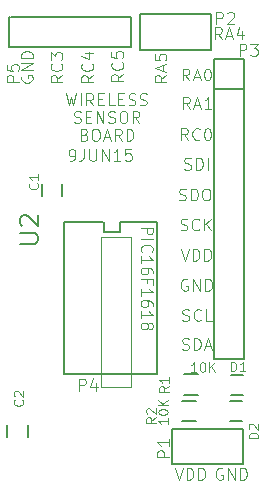
<source format=gbr>
G04 #@! TF.FileFunction,Legend,Top*
%FSLAX46Y46*%
G04 Gerber Fmt 4.6, Leading zero omitted, Abs format (unit mm)*
G04 Created by KiCad (PCBNEW 0.201411241846+5301~19~ubuntu14.04.1-product) date Tue Jun  9 07:58:50 2015*
%MOMM*%
G01*
G04 APERTURE LIST*
%ADD10C,0.100000*%
%ADD11C,0.150000*%
%ADD12C,0.127000*%
G04 APERTURE END LIST*
D10*
X136002381Y-50666666D02*
X135526190Y-51000000D01*
X136002381Y-51238095D02*
X135002381Y-51238095D01*
X135002381Y-50857142D01*
X135050000Y-50761904D01*
X135097619Y-50714285D01*
X135192857Y-50666666D01*
X135335714Y-50666666D01*
X135430952Y-50714285D01*
X135478571Y-50761904D01*
X135526190Y-50857142D01*
X135526190Y-51238095D01*
X135907143Y-49666666D02*
X135954762Y-49714285D01*
X136002381Y-49857142D01*
X136002381Y-49952380D01*
X135954762Y-50095238D01*
X135859524Y-50190476D01*
X135764286Y-50238095D01*
X135573810Y-50285714D01*
X135430952Y-50285714D01*
X135240476Y-50238095D01*
X135145238Y-50190476D01*
X135050000Y-50095238D01*
X135002381Y-49952380D01*
X135002381Y-49857142D01*
X135050000Y-49714285D01*
X135097619Y-49666666D01*
X135335714Y-48809523D02*
X136002381Y-48809523D01*
X134954762Y-49047619D02*
X135669048Y-49285714D01*
X135669048Y-48666666D01*
X146938096Y-83950000D02*
X146842858Y-83902381D01*
X146700001Y-83902381D01*
X146557143Y-83950000D01*
X146461905Y-84045238D01*
X146414286Y-84140476D01*
X146366667Y-84330952D01*
X146366667Y-84473810D01*
X146414286Y-84664286D01*
X146461905Y-84759524D01*
X146557143Y-84854762D01*
X146700001Y-84902381D01*
X146795239Y-84902381D01*
X146938096Y-84854762D01*
X146985715Y-84807143D01*
X146985715Y-84473810D01*
X146795239Y-84473810D01*
X147414286Y-84902381D02*
X147414286Y-83902381D01*
X147985715Y-84902381D01*
X147985715Y-83902381D01*
X148461905Y-84902381D02*
X148461905Y-83902381D01*
X148700000Y-83902381D01*
X148842858Y-83950000D01*
X148938096Y-84045238D01*
X148985715Y-84140476D01*
X149033334Y-84330952D01*
X149033334Y-84473810D01*
X148985715Y-84664286D01*
X148938096Y-84759524D01*
X148842858Y-84854762D01*
X148700000Y-84902381D01*
X148461905Y-84902381D01*
X142916667Y-83902381D02*
X143250000Y-84902381D01*
X143583334Y-83902381D01*
X143916667Y-84902381D02*
X143916667Y-83902381D01*
X144154762Y-83902381D01*
X144297620Y-83950000D01*
X144392858Y-84045238D01*
X144440477Y-84140476D01*
X144488096Y-84330952D01*
X144488096Y-84473810D01*
X144440477Y-84664286D01*
X144392858Y-84759524D01*
X144297620Y-84854762D01*
X144154762Y-84902381D01*
X143916667Y-84902381D01*
X144916667Y-84902381D02*
X144916667Y-83902381D01*
X145154762Y-83902381D01*
X145297620Y-83950000D01*
X145392858Y-84045238D01*
X145440477Y-84140476D01*
X145488096Y-84330952D01*
X145488096Y-84473810D01*
X145440477Y-84664286D01*
X145392858Y-84759524D01*
X145297620Y-84854762D01*
X145154762Y-84902381D01*
X144916667Y-84902381D01*
X134028571Y-57902381D02*
X134219047Y-57902381D01*
X134314286Y-57854762D01*
X134361905Y-57807143D01*
X134457143Y-57664286D01*
X134504762Y-57473810D01*
X134504762Y-57092857D01*
X134457143Y-56997619D01*
X134409524Y-56950000D01*
X134314286Y-56902381D01*
X134123809Y-56902381D01*
X134028571Y-56950000D01*
X133980952Y-56997619D01*
X133933333Y-57092857D01*
X133933333Y-57330952D01*
X133980952Y-57426190D01*
X134028571Y-57473810D01*
X134123809Y-57521429D01*
X134314286Y-57521429D01*
X134409524Y-57473810D01*
X134457143Y-57426190D01*
X134504762Y-57330952D01*
X135219048Y-56902381D02*
X135219048Y-57616667D01*
X135171428Y-57759524D01*
X135076190Y-57854762D01*
X134933333Y-57902381D01*
X134838095Y-57902381D01*
X135695238Y-56902381D02*
X135695238Y-57711905D01*
X135742857Y-57807143D01*
X135790476Y-57854762D01*
X135885714Y-57902381D01*
X136076191Y-57902381D01*
X136171429Y-57854762D01*
X136219048Y-57807143D01*
X136266667Y-57711905D01*
X136266667Y-56902381D01*
X136742857Y-57902381D02*
X136742857Y-56902381D01*
X137314286Y-57902381D01*
X137314286Y-56902381D01*
X138314286Y-57902381D02*
X137742857Y-57902381D01*
X138028571Y-57902381D02*
X138028571Y-56902381D01*
X137933333Y-57045238D01*
X137838095Y-57140476D01*
X137742857Y-57188095D01*
X139219048Y-56902381D02*
X138742857Y-56902381D01*
X138695238Y-57378571D01*
X138742857Y-57330952D01*
X138838095Y-57283333D01*
X139076191Y-57283333D01*
X139171429Y-57330952D01*
X139219048Y-57378571D01*
X139266667Y-57473810D01*
X139266667Y-57711905D01*
X139219048Y-57807143D01*
X139171429Y-57854762D01*
X139076191Y-57902381D01*
X138838095Y-57902381D01*
X138742857Y-57854762D01*
X138695238Y-57807143D01*
X133721429Y-52202381D02*
X133959524Y-53202381D01*
X134150001Y-52488095D01*
X134340477Y-53202381D01*
X134578572Y-52202381D01*
X134959524Y-53202381D02*
X134959524Y-52202381D01*
X136007143Y-53202381D02*
X135673809Y-52726190D01*
X135435714Y-53202381D02*
X135435714Y-52202381D01*
X135816667Y-52202381D01*
X135911905Y-52250000D01*
X135959524Y-52297619D01*
X136007143Y-52392857D01*
X136007143Y-52535714D01*
X135959524Y-52630952D01*
X135911905Y-52678571D01*
X135816667Y-52726190D01*
X135435714Y-52726190D01*
X136435714Y-52678571D02*
X136769048Y-52678571D01*
X136911905Y-53202381D02*
X136435714Y-53202381D01*
X136435714Y-52202381D01*
X136911905Y-52202381D01*
X137816667Y-53202381D02*
X137340476Y-53202381D01*
X137340476Y-52202381D01*
X138150000Y-52678571D02*
X138483334Y-52678571D01*
X138626191Y-53202381D02*
X138150000Y-53202381D01*
X138150000Y-52202381D01*
X138626191Y-52202381D01*
X139007143Y-53154762D02*
X139150000Y-53202381D01*
X139388096Y-53202381D01*
X139483334Y-53154762D01*
X139530953Y-53107143D01*
X139578572Y-53011905D01*
X139578572Y-52916667D01*
X139530953Y-52821429D01*
X139483334Y-52773810D01*
X139388096Y-52726190D01*
X139197619Y-52678571D01*
X139102381Y-52630952D01*
X139054762Y-52583333D01*
X139007143Y-52488095D01*
X139007143Y-52392857D01*
X139054762Y-52297619D01*
X139102381Y-52250000D01*
X139197619Y-52202381D01*
X139435715Y-52202381D01*
X139578572Y-52250000D01*
X139959524Y-53154762D02*
X140102381Y-53202381D01*
X140340477Y-53202381D01*
X140435715Y-53154762D01*
X140483334Y-53107143D01*
X140530953Y-53011905D01*
X140530953Y-52916667D01*
X140483334Y-52821429D01*
X140435715Y-52773810D01*
X140340477Y-52726190D01*
X140150000Y-52678571D01*
X140054762Y-52630952D01*
X140007143Y-52583333D01*
X139959524Y-52488095D01*
X139959524Y-52392857D01*
X140007143Y-52297619D01*
X140054762Y-52250000D01*
X140150000Y-52202381D01*
X140388096Y-52202381D01*
X140530953Y-52250000D01*
X134388095Y-54654762D02*
X134530952Y-54702381D01*
X134769048Y-54702381D01*
X134864286Y-54654762D01*
X134911905Y-54607143D01*
X134959524Y-54511905D01*
X134959524Y-54416667D01*
X134911905Y-54321429D01*
X134864286Y-54273810D01*
X134769048Y-54226190D01*
X134578571Y-54178571D01*
X134483333Y-54130952D01*
X134435714Y-54083333D01*
X134388095Y-53988095D01*
X134388095Y-53892857D01*
X134435714Y-53797619D01*
X134483333Y-53750000D01*
X134578571Y-53702381D01*
X134816667Y-53702381D01*
X134959524Y-53750000D01*
X135388095Y-54178571D02*
X135721429Y-54178571D01*
X135864286Y-54702381D02*
X135388095Y-54702381D01*
X135388095Y-53702381D01*
X135864286Y-53702381D01*
X136292857Y-54702381D02*
X136292857Y-53702381D01*
X136864286Y-54702381D01*
X136864286Y-53702381D01*
X137292857Y-54654762D02*
X137435714Y-54702381D01*
X137673810Y-54702381D01*
X137769048Y-54654762D01*
X137816667Y-54607143D01*
X137864286Y-54511905D01*
X137864286Y-54416667D01*
X137816667Y-54321429D01*
X137769048Y-54273810D01*
X137673810Y-54226190D01*
X137483333Y-54178571D01*
X137388095Y-54130952D01*
X137340476Y-54083333D01*
X137292857Y-53988095D01*
X137292857Y-53892857D01*
X137340476Y-53797619D01*
X137388095Y-53750000D01*
X137483333Y-53702381D01*
X137721429Y-53702381D01*
X137864286Y-53750000D01*
X138483333Y-53702381D02*
X138673810Y-53702381D01*
X138769048Y-53750000D01*
X138864286Y-53845238D01*
X138911905Y-54035714D01*
X138911905Y-54369048D01*
X138864286Y-54559524D01*
X138769048Y-54654762D01*
X138673810Y-54702381D01*
X138483333Y-54702381D01*
X138388095Y-54654762D01*
X138292857Y-54559524D01*
X138245238Y-54369048D01*
X138245238Y-54035714D01*
X138292857Y-53845238D01*
X138388095Y-53750000D01*
X138483333Y-53702381D01*
X139911905Y-54702381D02*
X139578571Y-54226190D01*
X139340476Y-54702381D02*
X139340476Y-53702381D01*
X139721429Y-53702381D01*
X139816667Y-53750000D01*
X139864286Y-53797619D01*
X139911905Y-53892857D01*
X139911905Y-54035714D01*
X139864286Y-54130952D01*
X139816667Y-54178571D01*
X139721429Y-54226190D01*
X139340476Y-54226190D01*
X135269048Y-55678571D02*
X135411905Y-55726190D01*
X135459524Y-55773810D01*
X135507143Y-55869048D01*
X135507143Y-56011905D01*
X135459524Y-56107143D01*
X135411905Y-56154762D01*
X135316667Y-56202381D01*
X134935714Y-56202381D01*
X134935714Y-55202381D01*
X135269048Y-55202381D01*
X135364286Y-55250000D01*
X135411905Y-55297619D01*
X135459524Y-55392857D01*
X135459524Y-55488095D01*
X135411905Y-55583333D01*
X135364286Y-55630952D01*
X135269048Y-55678571D01*
X134935714Y-55678571D01*
X136126190Y-55202381D02*
X136316667Y-55202381D01*
X136411905Y-55250000D01*
X136507143Y-55345238D01*
X136554762Y-55535714D01*
X136554762Y-55869048D01*
X136507143Y-56059524D01*
X136411905Y-56154762D01*
X136316667Y-56202381D01*
X136126190Y-56202381D01*
X136030952Y-56154762D01*
X135935714Y-56059524D01*
X135888095Y-55869048D01*
X135888095Y-55535714D01*
X135935714Y-55345238D01*
X136030952Y-55250000D01*
X136126190Y-55202381D01*
X136935714Y-55916667D02*
X137411905Y-55916667D01*
X136840476Y-56202381D02*
X137173809Y-55202381D01*
X137507143Y-56202381D01*
X138411905Y-56202381D02*
X138078571Y-55726190D01*
X137840476Y-56202381D02*
X137840476Y-55202381D01*
X138221429Y-55202381D01*
X138316667Y-55250000D01*
X138364286Y-55297619D01*
X138411905Y-55392857D01*
X138411905Y-55535714D01*
X138364286Y-55630952D01*
X138316667Y-55678571D01*
X138221429Y-55726190D01*
X137840476Y-55726190D01*
X138840476Y-56202381D02*
X138840476Y-55202381D01*
X139078571Y-55202381D01*
X139221429Y-55250000D01*
X139316667Y-55345238D01*
X139364286Y-55440476D01*
X139411905Y-55630952D01*
X139411905Y-55773810D01*
X139364286Y-55964286D01*
X139316667Y-56059524D01*
X139221429Y-56154762D01*
X139078571Y-56202381D01*
X138840476Y-56202381D01*
X146904762Y-47602381D02*
X146571428Y-47126190D01*
X146333333Y-47602381D02*
X146333333Y-46602381D01*
X146714286Y-46602381D01*
X146809524Y-46650000D01*
X146857143Y-46697619D01*
X146904762Y-46792857D01*
X146904762Y-46935714D01*
X146857143Y-47030952D01*
X146809524Y-47078571D01*
X146714286Y-47126190D01*
X146333333Y-47126190D01*
X147285714Y-47316667D02*
X147761905Y-47316667D01*
X147190476Y-47602381D02*
X147523809Y-46602381D01*
X147857143Y-47602381D01*
X148619048Y-46935714D02*
X148619048Y-47602381D01*
X148380952Y-46554762D02*
X148142857Y-47269048D01*
X148761905Y-47269048D01*
X142202381Y-50645238D02*
X141726190Y-50978572D01*
X142202381Y-51216667D02*
X141202381Y-51216667D01*
X141202381Y-50835714D01*
X141250000Y-50740476D01*
X141297619Y-50692857D01*
X141392857Y-50645238D01*
X141535714Y-50645238D01*
X141630952Y-50692857D01*
X141678571Y-50740476D01*
X141726190Y-50835714D01*
X141726190Y-51216667D01*
X141916667Y-50264286D02*
X141916667Y-49788095D01*
X142202381Y-50359524D02*
X141202381Y-50026191D01*
X142202381Y-49692857D01*
X141202381Y-48883333D02*
X141202381Y-49359524D01*
X141678571Y-49407143D01*
X141630952Y-49359524D01*
X141583333Y-49264286D01*
X141583333Y-49026190D01*
X141630952Y-48930952D01*
X141678571Y-48883333D01*
X141773810Y-48835714D01*
X142011905Y-48835714D01*
X142107143Y-48883333D01*
X142154762Y-48930952D01*
X142202381Y-49026190D01*
X142202381Y-49264286D01*
X142154762Y-49359524D01*
X142107143Y-49407143D01*
X138552381Y-50566666D02*
X138076190Y-50900000D01*
X138552381Y-51138095D02*
X137552381Y-51138095D01*
X137552381Y-50757142D01*
X137600000Y-50661904D01*
X137647619Y-50614285D01*
X137742857Y-50566666D01*
X137885714Y-50566666D01*
X137980952Y-50614285D01*
X138028571Y-50661904D01*
X138076190Y-50757142D01*
X138076190Y-51138095D01*
X138457143Y-49566666D02*
X138504762Y-49614285D01*
X138552381Y-49757142D01*
X138552381Y-49852380D01*
X138504762Y-49995238D01*
X138409524Y-50090476D01*
X138314286Y-50138095D01*
X138123810Y-50185714D01*
X137980952Y-50185714D01*
X137790476Y-50138095D01*
X137695238Y-50090476D01*
X137600000Y-49995238D01*
X137552381Y-49852380D01*
X137552381Y-49757142D01*
X137600000Y-49614285D01*
X137647619Y-49566666D01*
X137552381Y-48661904D02*
X137552381Y-49138095D01*
X138028571Y-49185714D01*
X137980952Y-49138095D01*
X137933333Y-49042857D01*
X137933333Y-48804761D01*
X137980952Y-48709523D01*
X138028571Y-48661904D01*
X138123810Y-48614285D01*
X138361905Y-48614285D01*
X138457143Y-48661904D01*
X138504762Y-48709523D01*
X138552381Y-48804761D01*
X138552381Y-49042857D01*
X138504762Y-49138095D01*
X138457143Y-49185714D01*
X133402381Y-50666666D02*
X132926190Y-51000000D01*
X133402381Y-51238095D02*
X132402381Y-51238095D01*
X132402381Y-50857142D01*
X132450000Y-50761904D01*
X132497619Y-50714285D01*
X132592857Y-50666666D01*
X132735714Y-50666666D01*
X132830952Y-50714285D01*
X132878571Y-50761904D01*
X132926190Y-50857142D01*
X132926190Y-51238095D01*
X133307143Y-49666666D02*
X133354762Y-49714285D01*
X133402381Y-49857142D01*
X133402381Y-49952380D01*
X133354762Y-50095238D01*
X133259524Y-50190476D01*
X133164286Y-50238095D01*
X132973810Y-50285714D01*
X132830952Y-50285714D01*
X132640476Y-50238095D01*
X132545238Y-50190476D01*
X132450000Y-50095238D01*
X132402381Y-49952380D01*
X132402381Y-49857142D01*
X132450000Y-49714285D01*
X132497619Y-49666666D01*
X132402381Y-49333333D02*
X132402381Y-48714285D01*
X132783333Y-49047619D01*
X132783333Y-48904761D01*
X132830952Y-48809523D01*
X132878571Y-48761904D01*
X132973810Y-48714285D01*
X133211905Y-48714285D01*
X133307143Y-48761904D01*
X133354762Y-48809523D01*
X133402381Y-48904761D01*
X133402381Y-49190476D01*
X133354762Y-49285714D01*
X133307143Y-49333333D01*
X143535714Y-73854762D02*
X143678571Y-73902381D01*
X143916667Y-73902381D01*
X144011905Y-73854762D01*
X144059524Y-73807143D01*
X144107143Y-73711905D01*
X144107143Y-73616667D01*
X144059524Y-73521429D01*
X144011905Y-73473810D01*
X143916667Y-73426190D01*
X143726190Y-73378571D01*
X143630952Y-73330952D01*
X143583333Y-73283333D01*
X143535714Y-73188095D01*
X143535714Y-73092857D01*
X143583333Y-72997619D01*
X143630952Y-72950000D01*
X143726190Y-72902381D01*
X143964286Y-72902381D01*
X144107143Y-72950000D01*
X144535714Y-73902381D02*
X144535714Y-72902381D01*
X144773809Y-72902381D01*
X144916667Y-72950000D01*
X145011905Y-73045238D01*
X145059524Y-73140476D01*
X145107143Y-73330952D01*
X145107143Y-73473810D01*
X145059524Y-73664286D01*
X145011905Y-73759524D01*
X144916667Y-73854762D01*
X144773809Y-73902381D01*
X144535714Y-73902381D01*
X145488095Y-73616667D02*
X145964286Y-73616667D01*
X145392857Y-73902381D02*
X145726190Y-72902381D01*
X146059524Y-73902381D01*
X143559524Y-71404762D02*
X143702381Y-71452381D01*
X143940477Y-71452381D01*
X144035715Y-71404762D01*
X144083334Y-71357143D01*
X144130953Y-71261905D01*
X144130953Y-71166667D01*
X144083334Y-71071429D01*
X144035715Y-71023810D01*
X143940477Y-70976190D01*
X143750000Y-70928571D01*
X143654762Y-70880952D01*
X143607143Y-70833333D01*
X143559524Y-70738095D01*
X143559524Y-70642857D01*
X143607143Y-70547619D01*
X143654762Y-70500000D01*
X143750000Y-70452381D01*
X143988096Y-70452381D01*
X144130953Y-70500000D01*
X145130953Y-71357143D02*
X145083334Y-71404762D01*
X144940477Y-71452381D01*
X144845239Y-71452381D01*
X144702381Y-71404762D01*
X144607143Y-71309524D01*
X144559524Y-71214286D01*
X144511905Y-71023810D01*
X144511905Y-70880952D01*
X144559524Y-70690476D01*
X144607143Y-70595238D01*
X144702381Y-70500000D01*
X144845239Y-70452381D01*
X144940477Y-70452381D01*
X145083334Y-70500000D01*
X145130953Y-70547619D01*
X146035715Y-71452381D02*
X145559524Y-71452381D01*
X145559524Y-70452381D01*
X143988096Y-67950000D02*
X143892858Y-67902381D01*
X143750001Y-67902381D01*
X143607143Y-67950000D01*
X143511905Y-68045238D01*
X143464286Y-68140476D01*
X143416667Y-68330952D01*
X143416667Y-68473810D01*
X143464286Y-68664286D01*
X143511905Y-68759524D01*
X143607143Y-68854762D01*
X143750001Y-68902381D01*
X143845239Y-68902381D01*
X143988096Y-68854762D01*
X144035715Y-68807143D01*
X144035715Y-68473810D01*
X143845239Y-68473810D01*
X144464286Y-68902381D02*
X144464286Y-67902381D01*
X145035715Y-68902381D01*
X145035715Y-67902381D01*
X145511905Y-68902381D02*
X145511905Y-67902381D01*
X145750000Y-67902381D01*
X145892858Y-67950000D01*
X145988096Y-68045238D01*
X146035715Y-68140476D01*
X146083334Y-68330952D01*
X146083334Y-68473810D01*
X146035715Y-68664286D01*
X145988096Y-68759524D01*
X145892858Y-68854762D01*
X145750000Y-68902381D01*
X145511905Y-68902381D01*
X143416667Y-65352381D02*
X143750000Y-66352381D01*
X144083334Y-65352381D01*
X144416667Y-66352381D02*
X144416667Y-65352381D01*
X144654762Y-65352381D01*
X144797620Y-65400000D01*
X144892858Y-65495238D01*
X144940477Y-65590476D01*
X144988096Y-65780952D01*
X144988096Y-65923810D01*
X144940477Y-66114286D01*
X144892858Y-66209524D01*
X144797620Y-66304762D01*
X144654762Y-66352381D01*
X144416667Y-66352381D01*
X145416667Y-66352381D02*
X145416667Y-65352381D01*
X145654762Y-65352381D01*
X145797620Y-65400000D01*
X145892858Y-65495238D01*
X145940477Y-65590476D01*
X145988096Y-65780952D01*
X145988096Y-65923810D01*
X145940477Y-66114286D01*
X145892858Y-66209524D01*
X145797620Y-66304762D01*
X145654762Y-66352381D01*
X145416667Y-66352381D01*
X143414286Y-63754762D02*
X143557143Y-63802381D01*
X143795239Y-63802381D01*
X143890477Y-63754762D01*
X143938096Y-63707143D01*
X143985715Y-63611905D01*
X143985715Y-63516667D01*
X143938096Y-63421429D01*
X143890477Y-63373810D01*
X143795239Y-63326190D01*
X143604762Y-63278571D01*
X143509524Y-63230952D01*
X143461905Y-63183333D01*
X143414286Y-63088095D01*
X143414286Y-62992857D01*
X143461905Y-62897619D01*
X143509524Y-62850000D01*
X143604762Y-62802381D01*
X143842858Y-62802381D01*
X143985715Y-62850000D01*
X144985715Y-63707143D02*
X144938096Y-63754762D01*
X144795239Y-63802381D01*
X144700001Y-63802381D01*
X144557143Y-63754762D01*
X144461905Y-63659524D01*
X144414286Y-63564286D01*
X144366667Y-63373810D01*
X144366667Y-63230952D01*
X144414286Y-63040476D01*
X144461905Y-62945238D01*
X144557143Y-62850000D01*
X144700001Y-62802381D01*
X144795239Y-62802381D01*
X144938096Y-62850000D01*
X144985715Y-62897619D01*
X145414286Y-63802381D02*
X145414286Y-62802381D01*
X145985715Y-63802381D02*
X145557143Y-63230952D01*
X145985715Y-62802381D02*
X145414286Y-63373810D01*
X143290476Y-61204762D02*
X143433333Y-61252381D01*
X143671429Y-61252381D01*
X143766667Y-61204762D01*
X143814286Y-61157143D01*
X143861905Y-61061905D01*
X143861905Y-60966667D01*
X143814286Y-60871429D01*
X143766667Y-60823810D01*
X143671429Y-60776190D01*
X143480952Y-60728571D01*
X143385714Y-60680952D01*
X143338095Y-60633333D01*
X143290476Y-60538095D01*
X143290476Y-60442857D01*
X143338095Y-60347619D01*
X143385714Y-60300000D01*
X143480952Y-60252381D01*
X143719048Y-60252381D01*
X143861905Y-60300000D01*
X144290476Y-61252381D02*
X144290476Y-60252381D01*
X144528571Y-60252381D01*
X144671429Y-60300000D01*
X144766667Y-60395238D01*
X144814286Y-60490476D01*
X144861905Y-60680952D01*
X144861905Y-60823810D01*
X144814286Y-61014286D01*
X144766667Y-61109524D01*
X144671429Y-61204762D01*
X144528571Y-61252381D01*
X144290476Y-61252381D01*
X145480952Y-60252381D02*
X145671429Y-60252381D01*
X145766667Y-60300000D01*
X145861905Y-60395238D01*
X145909524Y-60585714D01*
X145909524Y-60919048D01*
X145861905Y-61109524D01*
X145766667Y-61204762D01*
X145671429Y-61252381D01*
X145480952Y-61252381D01*
X145385714Y-61204762D01*
X145290476Y-61109524D01*
X145242857Y-60919048D01*
X145242857Y-60585714D01*
X145290476Y-60395238D01*
X145385714Y-60300000D01*
X145480952Y-60252381D01*
X143726191Y-58604762D02*
X143869048Y-58652381D01*
X144107144Y-58652381D01*
X144202382Y-58604762D01*
X144250001Y-58557143D01*
X144297620Y-58461905D01*
X144297620Y-58366667D01*
X144250001Y-58271429D01*
X144202382Y-58223810D01*
X144107144Y-58176190D01*
X143916667Y-58128571D01*
X143821429Y-58080952D01*
X143773810Y-58033333D01*
X143726191Y-57938095D01*
X143726191Y-57842857D01*
X143773810Y-57747619D01*
X143821429Y-57700000D01*
X143916667Y-57652381D01*
X144154763Y-57652381D01*
X144297620Y-57700000D01*
X144726191Y-58652381D02*
X144726191Y-57652381D01*
X144964286Y-57652381D01*
X145107144Y-57700000D01*
X145202382Y-57795238D01*
X145250001Y-57890476D01*
X145297620Y-58080952D01*
X145297620Y-58223810D01*
X145250001Y-58414286D01*
X145202382Y-58509524D01*
X145107144Y-58604762D01*
X144964286Y-58652381D01*
X144726191Y-58652381D01*
X145726191Y-58652381D02*
X145726191Y-57652381D01*
X144033334Y-56152381D02*
X143700000Y-55676190D01*
X143461905Y-56152381D02*
X143461905Y-55152381D01*
X143842858Y-55152381D01*
X143938096Y-55200000D01*
X143985715Y-55247619D01*
X144033334Y-55342857D01*
X144033334Y-55485714D01*
X143985715Y-55580952D01*
X143938096Y-55628571D01*
X143842858Y-55676190D01*
X143461905Y-55676190D01*
X145033334Y-56057143D02*
X144985715Y-56104762D01*
X144842858Y-56152381D01*
X144747620Y-56152381D01*
X144604762Y-56104762D01*
X144509524Y-56009524D01*
X144461905Y-55914286D01*
X144414286Y-55723810D01*
X144414286Y-55580952D01*
X144461905Y-55390476D01*
X144509524Y-55295238D01*
X144604762Y-55200000D01*
X144747620Y-55152381D01*
X144842858Y-55152381D01*
X144985715Y-55200000D01*
X145033334Y-55247619D01*
X145652381Y-55152381D02*
X145747620Y-55152381D01*
X145842858Y-55200000D01*
X145890477Y-55247619D01*
X145938096Y-55342857D01*
X145985715Y-55533333D01*
X145985715Y-55771429D01*
X145938096Y-55961905D01*
X145890477Y-56057143D01*
X145842858Y-56104762D01*
X145747620Y-56152381D01*
X145652381Y-56152381D01*
X145557143Y-56104762D01*
X145509524Y-56057143D01*
X145461905Y-55961905D01*
X145414286Y-55771429D01*
X145414286Y-55533333D01*
X145461905Y-55342857D01*
X145509524Y-55247619D01*
X145557143Y-55200000D01*
X145652381Y-55152381D01*
X144204762Y-53502381D02*
X143871428Y-53026190D01*
X143633333Y-53502381D02*
X143633333Y-52502381D01*
X144014286Y-52502381D01*
X144109524Y-52550000D01*
X144157143Y-52597619D01*
X144204762Y-52692857D01*
X144204762Y-52835714D01*
X144157143Y-52930952D01*
X144109524Y-52978571D01*
X144014286Y-53026190D01*
X143633333Y-53026190D01*
X144585714Y-53216667D02*
X145061905Y-53216667D01*
X144490476Y-53502381D02*
X144823809Y-52502381D01*
X145157143Y-53502381D01*
X146014286Y-53502381D02*
X145442857Y-53502381D01*
X145728571Y-53502381D02*
X145728571Y-52502381D01*
X145633333Y-52645238D01*
X145538095Y-52740476D01*
X145442857Y-52788095D01*
X144154762Y-51102381D02*
X143821428Y-50626190D01*
X143583333Y-51102381D02*
X143583333Y-50102381D01*
X143964286Y-50102381D01*
X144059524Y-50150000D01*
X144107143Y-50197619D01*
X144154762Y-50292857D01*
X144154762Y-50435714D01*
X144107143Y-50530952D01*
X144059524Y-50578571D01*
X143964286Y-50626190D01*
X143583333Y-50626190D01*
X144535714Y-50816667D02*
X145011905Y-50816667D01*
X144440476Y-51102381D02*
X144773809Y-50102381D01*
X145107143Y-51102381D01*
X145630952Y-50102381D02*
X145726191Y-50102381D01*
X145821429Y-50150000D01*
X145869048Y-50197619D01*
X145916667Y-50292857D01*
X145964286Y-50483333D01*
X145964286Y-50721429D01*
X145916667Y-50911905D01*
X145869048Y-51007143D01*
X145821429Y-51054762D01*
X145726191Y-51102381D01*
X145630952Y-51102381D01*
X145535714Y-51054762D01*
X145488095Y-51007143D01*
X145440476Y-50911905D01*
X145392857Y-50721429D01*
X145392857Y-50483333D01*
X145440476Y-50292857D01*
X145488095Y-50197619D01*
X145535714Y-50150000D01*
X145630952Y-50102381D01*
X129950000Y-50711904D02*
X129902381Y-50807142D01*
X129902381Y-50949999D01*
X129950000Y-51092857D01*
X130045238Y-51188095D01*
X130140476Y-51235714D01*
X130330952Y-51283333D01*
X130473810Y-51283333D01*
X130664286Y-51235714D01*
X130759524Y-51188095D01*
X130854762Y-51092857D01*
X130902381Y-50949999D01*
X130902381Y-50854761D01*
X130854762Y-50711904D01*
X130807143Y-50664285D01*
X130473810Y-50664285D01*
X130473810Y-50854761D01*
X130902381Y-50235714D02*
X129902381Y-50235714D01*
X130902381Y-49664285D01*
X129902381Y-49664285D01*
X130902381Y-49188095D02*
X129902381Y-49188095D01*
X129902381Y-48950000D01*
X129950000Y-48807142D01*
X130045238Y-48711904D01*
X130140476Y-48664285D01*
X130330952Y-48616666D01*
X130473810Y-48616666D01*
X130664286Y-48664285D01*
X130759524Y-48711904D01*
X130854762Y-48807142D01*
X130902381Y-48950000D01*
X130902381Y-49188095D01*
X140047619Y-63564286D02*
X141047619Y-63564286D01*
X141047619Y-63945239D01*
X141000000Y-64040477D01*
X140952381Y-64088096D01*
X140857143Y-64135715D01*
X140714286Y-64135715D01*
X140619048Y-64088096D01*
X140571429Y-64040477D01*
X140523810Y-63945239D01*
X140523810Y-63564286D01*
X140047619Y-64564286D02*
X141047619Y-64564286D01*
X140142857Y-65611905D02*
X140095238Y-65564286D01*
X140047619Y-65421429D01*
X140047619Y-65326191D01*
X140095238Y-65183333D01*
X140190476Y-65088095D01*
X140285714Y-65040476D01*
X140476190Y-64992857D01*
X140619048Y-64992857D01*
X140809524Y-65040476D01*
X140904762Y-65088095D01*
X141000000Y-65183333D01*
X141047619Y-65326191D01*
X141047619Y-65421429D01*
X141000000Y-65564286D01*
X140952381Y-65611905D01*
X140047619Y-66564286D02*
X140047619Y-65992857D01*
X140047619Y-66278571D02*
X141047619Y-66278571D01*
X140904762Y-66183333D01*
X140809524Y-66088095D01*
X140761905Y-65992857D01*
X141047619Y-67421429D02*
X141047619Y-67230952D01*
X141000000Y-67135714D01*
X140952381Y-67088095D01*
X140809524Y-66992857D01*
X140619048Y-66945238D01*
X140238095Y-66945238D01*
X140142857Y-66992857D01*
X140095238Y-67040476D01*
X140047619Y-67135714D01*
X140047619Y-67326191D01*
X140095238Y-67421429D01*
X140142857Y-67469048D01*
X140238095Y-67516667D01*
X140476190Y-67516667D01*
X140571429Y-67469048D01*
X140619048Y-67421429D01*
X140666667Y-67326191D01*
X140666667Y-67135714D01*
X140619048Y-67040476D01*
X140571429Y-66992857D01*
X140476190Y-66945238D01*
X140571429Y-68278572D02*
X140571429Y-67945238D01*
X140047619Y-67945238D02*
X141047619Y-67945238D01*
X141047619Y-68421429D01*
X140047619Y-69326191D02*
X140047619Y-68754762D01*
X140047619Y-69040476D02*
X141047619Y-69040476D01*
X140904762Y-68945238D01*
X140809524Y-68850000D01*
X140761905Y-68754762D01*
X141047619Y-70183334D02*
X141047619Y-69992857D01*
X141000000Y-69897619D01*
X140952381Y-69850000D01*
X140809524Y-69754762D01*
X140619048Y-69707143D01*
X140238095Y-69707143D01*
X140142857Y-69754762D01*
X140095238Y-69802381D01*
X140047619Y-69897619D01*
X140047619Y-70088096D01*
X140095238Y-70183334D01*
X140142857Y-70230953D01*
X140238095Y-70278572D01*
X140476190Y-70278572D01*
X140571429Y-70230953D01*
X140619048Y-70183334D01*
X140666667Y-70088096D01*
X140666667Y-69897619D01*
X140619048Y-69802381D01*
X140571429Y-69754762D01*
X140476190Y-69707143D01*
X140047619Y-71230953D02*
X140047619Y-70659524D01*
X140047619Y-70945238D02*
X141047619Y-70945238D01*
X140904762Y-70850000D01*
X140809524Y-70754762D01*
X140761905Y-70659524D01*
X140619048Y-71802381D02*
X140666667Y-71707143D01*
X140714286Y-71659524D01*
X140809524Y-71611905D01*
X140857143Y-71611905D01*
X140952381Y-71659524D01*
X141000000Y-71707143D01*
X141047619Y-71802381D01*
X141047619Y-71992858D01*
X141000000Y-72088096D01*
X140952381Y-72135715D01*
X140857143Y-72183334D01*
X140809524Y-72183334D01*
X140714286Y-72135715D01*
X140666667Y-72088096D01*
X140619048Y-71992858D01*
X140619048Y-71802381D01*
X140571429Y-71707143D01*
X140523810Y-71659524D01*
X140428571Y-71611905D01*
X140238095Y-71611905D01*
X140142857Y-71659524D01*
X140095238Y-71707143D01*
X140047619Y-71802381D01*
X140047619Y-71992858D01*
X140095238Y-72088096D01*
X140142857Y-72135715D01*
X140238095Y-72183334D01*
X140428571Y-72183334D01*
X140523810Y-72135715D01*
X140571429Y-72088096D01*
X140619048Y-71992858D01*
D11*
X131700000Y-59900000D02*
X131700000Y-60900000D01*
X133400000Y-60900000D02*
X133400000Y-59900000D01*
X128750000Y-80300000D02*
X128750000Y-81300000D01*
X130450000Y-81300000D02*
X130450000Y-80300000D01*
X148650000Y-76000000D02*
X147650000Y-76000000D01*
X147650000Y-77700000D02*
X148650000Y-77700000D01*
X148600000Y-78250000D02*
X147600000Y-78250000D01*
X147600000Y-79950000D02*
X148600000Y-79950000D01*
X148700000Y-83600000D02*
X142700000Y-83600000D01*
X142700000Y-83600000D02*
X142700000Y-80600000D01*
X142700000Y-80600000D02*
X148700000Y-80600000D01*
X148700000Y-80600000D02*
X148700000Y-83600000D01*
X146000000Y-48500000D02*
X140000000Y-48500000D01*
X140000000Y-48500000D02*
X140000000Y-45500000D01*
X140000000Y-45500000D02*
X146000000Y-45500000D01*
X146000000Y-45500000D02*
X146000000Y-48500000D01*
X148770000Y-51840000D02*
X148770000Y-74700000D01*
X148770000Y-74700000D02*
X146230000Y-74700000D01*
X146230000Y-74700000D02*
X146230000Y-51840000D01*
X148770000Y-49300000D02*
X148770000Y-51840000D01*
X148770000Y-51840000D02*
X146230000Y-51840000D01*
X148770000Y-49300000D02*
X146230000Y-49300000D01*
X146230000Y-49300000D02*
X146230000Y-51840000D01*
D10*
X136652000Y-77089000D02*
X136652000Y-64389000D01*
X136652000Y-64389000D02*
X139192000Y-64389000D01*
X139192000Y-64389000D02*
X139192000Y-77089000D01*
X139192000Y-77089000D02*
X136652000Y-77089000D01*
D11*
X129050000Y-45750000D02*
X139250000Y-45750000D01*
X139250000Y-45750000D02*
X139250000Y-48300000D01*
X139250000Y-48300000D02*
X128900000Y-48300000D01*
X128900000Y-48300000D02*
X128900000Y-45750000D01*
X128900000Y-45750000D02*
X128950000Y-45750000D01*
X144900000Y-77725000D02*
X143700000Y-77725000D01*
X143700000Y-75975000D02*
X144900000Y-75975000D01*
X144750000Y-79975000D02*
X143550000Y-79975000D01*
X143550000Y-78225000D02*
X144750000Y-78225000D01*
X133541000Y-63096000D02*
X136841000Y-63096000D01*
X133541000Y-63096000D02*
X133541000Y-75996000D01*
X133541000Y-75996000D02*
X141441000Y-75996000D01*
X141441000Y-75996000D02*
X141441000Y-63096000D01*
X141441000Y-63096000D02*
X138241000Y-63096000D01*
X138241000Y-63096000D02*
X138241000Y-63896000D01*
X138241000Y-63896000D02*
X136941000Y-63896000D01*
X136941000Y-63896000D02*
X136941000Y-63096000D01*
D10*
X131285714Y-59808333D02*
X131323810Y-59846428D01*
X131361905Y-59960714D01*
X131361905Y-60036904D01*
X131323810Y-60151190D01*
X131247619Y-60227381D01*
X131171429Y-60265476D01*
X131019048Y-60303571D01*
X130904762Y-60303571D01*
X130752381Y-60265476D01*
X130676190Y-60227381D01*
X130600000Y-60151190D01*
X130561905Y-60036904D01*
X130561905Y-59960714D01*
X130600000Y-59846428D01*
X130638095Y-59808333D01*
X131361905Y-59046428D02*
X131361905Y-59503571D01*
X131361905Y-59275000D02*
X130561905Y-59275000D01*
X130676190Y-59351190D01*
X130752381Y-59427381D01*
X130790476Y-59503571D01*
X129996514Y-78158133D02*
X130034610Y-78196228D01*
X130072705Y-78310514D01*
X130072705Y-78386704D01*
X130034610Y-78500990D01*
X129958419Y-78577181D01*
X129882229Y-78615276D01*
X129729848Y-78653371D01*
X129615562Y-78653371D01*
X129463181Y-78615276D01*
X129386990Y-78577181D01*
X129310800Y-78500990D01*
X129272705Y-78386704D01*
X129272705Y-78310514D01*
X129310800Y-78196228D01*
X129348895Y-78158133D01*
X129348895Y-77853371D02*
X129310800Y-77815276D01*
X129272705Y-77739085D01*
X129272705Y-77548609D01*
X129310800Y-77472419D01*
X129348895Y-77434323D01*
X129425086Y-77396228D01*
X129501276Y-77396228D01*
X129615562Y-77434323D01*
X130072705Y-77891466D01*
X130072705Y-77396228D01*
X147659524Y-75711905D02*
X147659524Y-74911905D01*
X147850000Y-74911905D01*
X147964286Y-74950000D01*
X148040477Y-75026190D01*
X148078572Y-75102381D01*
X148116667Y-75254762D01*
X148116667Y-75369048D01*
X148078572Y-75521429D01*
X148040477Y-75597619D01*
X147964286Y-75673810D01*
X147850000Y-75711905D01*
X147659524Y-75711905D01*
X148878572Y-75711905D02*
X148421429Y-75711905D01*
X148650000Y-75711905D02*
X148650000Y-74911905D01*
X148573810Y-75026190D01*
X148497619Y-75102381D01*
X148421429Y-75140476D01*
X149961905Y-81390476D02*
X149161905Y-81390476D01*
X149161905Y-81200000D01*
X149200000Y-81085714D01*
X149276190Y-81009523D01*
X149352381Y-80971428D01*
X149504762Y-80933333D01*
X149619048Y-80933333D01*
X149771429Y-80971428D01*
X149847619Y-81009523D01*
X149923810Y-81085714D01*
X149961905Y-81200000D01*
X149961905Y-81390476D01*
X149238095Y-80628571D02*
X149200000Y-80590476D01*
X149161905Y-80514285D01*
X149161905Y-80323809D01*
X149200000Y-80247619D01*
X149238095Y-80209523D01*
X149314286Y-80171428D01*
X149390476Y-80171428D01*
X149504762Y-80209523D01*
X149961905Y-80666666D01*
X149961905Y-80171428D01*
X142452381Y-82988095D02*
X141452381Y-82988095D01*
X141452381Y-82607142D01*
X141500000Y-82511904D01*
X141547619Y-82464285D01*
X141642857Y-82416666D01*
X141785714Y-82416666D01*
X141880952Y-82464285D01*
X141928571Y-82511904D01*
X141976190Y-82607142D01*
X141976190Y-82988095D01*
X142452381Y-81464285D02*
X142452381Y-82035714D01*
X142452381Y-81750000D02*
X141452381Y-81750000D01*
X141595238Y-81845238D01*
X141690476Y-81940476D01*
X141738095Y-82035714D01*
X146411905Y-46302381D02*
X146411905Y-45302381D01*
X146792858Y-45302381D01*
X146888096Y-45350000D01*
X146935715Y-45397619D01*
X146983334Y-45492857D01*
X146983334Y-45635714D01*
X146935715Y-45730952D01*
X146888096Y-45778571D01*
X146792858Y-45826190D01*
X146411905Y-45826190D01*
X147364286Y-45397619D02*
X147411905Y-45350000D01*
X147507143Y-45302381D01*
X147745239Y-45302381D01*
X147840477Y-45350000D01*
X147888096Y-45397619D01*
X147935715Y-45492857D01*
X147935715Y-45588095D01*
X147888096Y-45730952D01*
X147316667Y-46302381D01*
X147935715Y-46302381D01*
X148411905Y-49002381D02*
X148411905Y-48002381D01*
X148792858Y-48002381D01*
X148888096Y-48050000D01*
X148935715Y-48097619D01*
X148983334Y-48192857D01*
X148983334Y-48335714D01*
X148935715Y-48430952D01*
X148888096Y-48478571D01*
X148792858Y-48526190D01*
X148411905Y-48526190D01*
X149316667Y-48002381D02*
X149935715Y-48002381D01*
X149602381Y-48383333D01*
X149745239Y-48383333D01*
X149840477Y-48430952D01*
X149888096Y-48478571D01*
X149935715Y-48573810D01*
X149935715Y-48811905D01*
X149888096Y-48907143D01*
X149840477Y-48954762D01*
X149745239Y-49002381D01*
X149459524Y-49002381D01*
X149364286Y-48954762D01*
X149316667Y-48907143D01*
X134811905Y-77352381D02*
X134811905Y-76352381D01*
X135192858Y-76352381D01*
X135288096Y-76400000D01*
X135335715Y-76447619D01*
X135383334Y-76542857D01*
X135383334Y-76685714D01*
X135335715Y-76780952D01*
X135288096Y-76828571D01*
X135192858Y-76876190D01*
X134811905Y-76876190D01*
X136240477Y-76685714D02*
X136240477Y-77352381D01*
X136002381Y-76304762D02*
X135764286Y-77019048D01*
X136383334Y-77019048D01*
X129702381Y-51238095D02*
X128702381Y-51238095D01*
X128702381Y-50857142D01*
X128750000Y-50761904D01*
X128797619Y-50714285D01*
X128892857Y-50666666D01*
X129035714Y-50666666D01*
X129130952Y-50714285D01*
X129178571Y-50761904D01*
X129226190Y-50857142D01*
X129226190Y-51238095D01*
X128702381Y-49761904D02*
X128702381Y-50238095D01*
X129178571Y-50285714D01*
X129130952Y-50238095D01*
X129083333Y-50142857D01*
X129083333Y-49904761D01*
X129130952Y-49809523D01*
X129178571Y-49761904D01*
X129273810Y-49714285D01*
X129511905Y-49714285D01*
X129607143Y-49761904D01*
X129654762Y-49809523D01*
X129702381Y-49904761D01*
X129702381Y-50142857D01*
X129654762Y-50238095D01*
X129607143Y-50285714D01*
X142411905Y-76983333D02*
X142030952Y-77250000D01*
X142411905Y-77440476D02*
X141611905Y-77440476D01*
X141611905Y-77135714D01*
X141650000Y-77059523D01*
X141688095Y-77021428D01*
X141764286Y-76983333D01*
X141878571Y-76983333D01*
X141954762Y-77021428D01*
X141992857Y-77059523D01*
X142030952Y-77135714D01*
X142030952Y-77440476D01*
X142411905Y-76221428D02*
X142411905Y-76678571D01*
X142411905Y-76450000D02*
X141611905Y-76450000D01*
X141726190Y-76526190D01*
X141802381Y-76602381D01*
X141840476Y-76678571D01*
X144747619Y-75761905D02*
X144290476Y-75761905D01*
X144519047Y-75761905D02*
X144519047Y-74961905D01*
X144442857Y-75076190D01*
X144366666Y-75152381D01*
X144290476Y-75190476D01*
X145242857Y-74961905D02*
X145319048Y-74961905D01*
X145395238Y-75000000D01*
X145433333Y-75038095D01*
X145471429Y-75114286D01*
X145509524Y-75266667D01*
X145509524Y-75457143D01*
X145471429Y-75609524D01*
X145433333Y-75685714D01*
X145395238Y-75723810D01*
X145319048Y-75761905D01*
X145242857Y-75761905D01*
X145166667Y-75723810D01*
X145128571Y-75685714D01*
X145090476Y-75609524D01*
X145052381Y-75457143D01*
X145052381Y-75266667D01*
X145090476Y-75114286D01*
X145128571Y-75038095D01*
X145166667Y-75000000D01*
X145242857Y-74961905D01*
X145852381Y-75761905D02*
X145852381Y-74961905D01*
X146309524Y-75761905D02*
X145966667Y-75304762D01*
X146309524Y-74961905D02*
X145852381Y-75419048D01*
X141311905Y-79633333D02*
X140930952Y-79900000D01*
X141311905Y-80090476D02*
X140511905Y-80090476D01*
X140511905Y-79785714D01*
X140550000Y-79709523D01*
X140588095Y-79671428D01*
X140664286Y-79633333D01*
X140778571Y-79633333D01*
X140854762Y-79671428D01*
X140892857Y-79709523D01*
X140930952Y-79785714D01*
X140930952Y-80090476D01*
X140588095Y-79328571D02*
X140550000Y-79290476D01*
X140511905Y-79214285D01*
X140511905Y-79023809D01*
X140550000Y-78947619D01*
X140588095Y-78909523D01*
X140664286Y-78871428D01*
X140740476Y-78871428D01*
X140854762Y-78909523D01*
X141311905Y-79366666D01*
X141311905Y-78871428D01*
X142311905Y-79702381D02*
X142311905Y-80159524D01*
X142311905Y-79930953D02*
X141511905Y-79930953D01*
X141626190Y-80007143D01*
X141702381Y-80083334D01*
X141740476Y-80159524D01*
X141511905Y-79207143D02*
X141511905Y-79130952D01*
X141550000Y-79054762D01*
X141588095Y-79016667D01*
X141664286Y-78978571D01*
X141816667Y-78940476D01*
X142007143Y-78940476D01*
X142159524Y-78978571D01*
X142235714Y-79016667D01*
X142273810Y-79054762D01*
X142311905Y-79130952D01*
X142311905Y-79207143D01*
X142273810Y-79283333D01*
X142235714Y-79321429D01*
X142159524Y-79359524D01*
X142007143Y-79397619D01*
X141816667Y-79397619D01*
X141664286Y-79359524D01*
X141588095Y-79321429D01*
X141550000Y-79283333D01*
X141511905Y-79207143D01*
X142311905Y-78597619D02*
X141511905Y-78597619D01*
X142311905Y-78140476D02*
X141854762Y-78483333D01*
X141511905Y-78140476D02*
X141969048Y-78597619D01*
D12*
X129815429Y-64911143D02*
X131049143Y-64911143D01*
X131194286Y-64838571D01*
X131266857Y-64766000D01*
X131339429Y-64620857D01*
X131339429Y-64330571D01*
X131266857Y-64185429D01*
X131194286Y-64112857D01*
X131049143Y-64040286D01*
X129815429Y-64040286D01*
X129960571Y-63387143D02*
X129888000Y-63314572D01*
X129815429Y-63169429D01*
X129815429Y-62806572D01*
X129888000Y-62661429D01*
X129960571Y-62588858D01*
X130105714Y-62516286D01*
X130250857Y-62516286D01*
X130468571Y-62588858D01*
X131339429Y-63459715D01*
X131339429Y-62516286D01*
M02*

</source>
